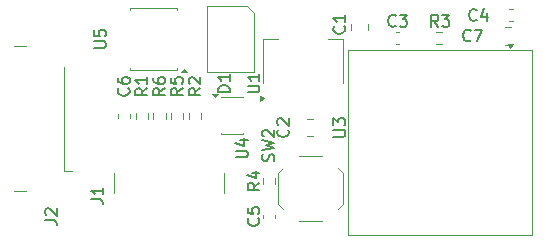
<source format=gbr>
%TF.GenerationSoftware,KiCad,Pcbnew,9.0.7*%
%TF.CreationDate,2026-02-09T14:49:56+01:00*%
%TF.ProjectId,usb-dmx,7573622d-646d-4782-9e6b-696361645f70,1.3*%
%TF.SameCoordinates,Original*%
%TF.FileFunction,Legend,Top*%
%TF.FilePolarity,Positive*%
%FSLAX46Y46*%
G04 Gerber Fmt 4.6, Leading zero omitted, Abs format (unit mm)*
G04 Created by KiCad (PCBNEW 9.0.7) date 2026-02-09 14:49:56*
%MOMM*%
%LPD*%
G01*
G04 APERTURE LIST*
%ADD10C,0.150000*%
%ADD11C,0.120000*%
G04 APERTURE END LIST*
D10*
X93554819Y-76083333D02*
X94269104Y-76083333D01*
X94269104Y-76083333D02*
X94411961Y-76130952D01*
X94411961Y-76130952D02*
X94507200Y-76226190D01*
X94507200Y-76226190D02*
X94554819Y-76369047D01*
X94554819Y-76369047D02*
X94554819Y-76464285D01*
X93650057Y-75654761D02*
X93602438Y-75607142D01*
X93602438Y-75607142D02*
X93554819Y-75511904D01*
X93554819Y-75511904D02*
X93554819Y-75273809D01*
X93554819Y-75273809D02*
X93602438Y-75178571D01*
X93602438Y-75178571D02*
X93650057Y-75130952D01*
X93650057Y-75130952D02*
X93745295Y-75083333D01*
X93745295Y-75083333D02*
X93840533Y-75083333D01*
X93840533Y-75083333D02*
X93983390Y-75130952D01*
X93983390Y-75130952D02*
X94554819Y-75702380D01*
X94554819Y-75702380D02*
X94554819Y-75083333D01*
X126833333Y-59704819D02*
X126500000Y-59228628D01*
X126261905Y-59704819D02*
X126261905Y-58704819D01*
X126261905Y-58704819D02*
X126642857Y-58704819D01*
X126642857Y-58704819D02*
X126738095Y-58752438D01*
X126738095Y-58752438D02*
X126785714Y-58800057D01*
X126785714Y-58800057D02*
X126833333Y-58895295D01*
X126833333Y-58895295D02*
X126833333Y-59038152D01*
X126833333Y-59038152D02*
X126785714Y-59133390D01*
X126785714Y-59133390D02*
X126738095Y-59181009D01*
X126738095Y-59181009D02*
X126642857Y-59228628D01*
X126642857Y-59228628D02*
X126261905Y-59228628D01*
X127166667Y-58704819D02*
X127785714Y-58704819D01*
X127785714Y-58704819D02*
X127452381Y-59085771D01*
X127452381Y-59085771D02*
X127595238Y-59085771D01*
X127595238Y-59085771D02*
X127690476Y-59133390D01*
X127690476Y-59133390D02*
X127738095Y-59181009D01*
X127738095Y-59181009D02*
X127785714Y-59276247D01*
X127785714Y-59276247D02*
X127785714Y-59514342D01*
X127785714Y-59514342D02*
X127738095Y-59609580D01*
X127738095Y-59609580D02*
X127690476Y-59657200D01*
X127690476Y-59657200D02*
X127595238Y-59704819D01*
X127595238Y-59704819D02*
X127309524Y-59704819D01*
X127309524Y-59704819D02*
X127214286Y-59657200D01*
X127214286Y-59657200D02*
X127166667Y-59609580D01*
X117954819Y-69011904D02*
X118764342Y-69011904D01*
X118764342Y-69011904D02*
X118859580Y-68964285D01*
X118859580Y-68964285D02*
X118907200Y-68916666D01*
X118907200Y-68916666D02*
X118954819Y-68821428D01*
X118954819Y-68821428D02*
X118954819Y-68630952D01*
X118954819Y-68630952D02*
X118907200Y-68535714D01*
X118907200Y-68535714D02*
X118859580Y-68488095D01*
X118859580Y-68488095D02*
X118764342Y-68440476D01*
X118764342Y-68440476D02*
X117954819Y-68440476D01*
X117954819Y-68059523D02*
X117954819Y-67440476D01*
X117954819Y-67440476D02*
X118335771Y-67773809D01*
X118335771Y-67773809D02*
X118335771Y-67630952D01*
X118335771Y-67630952D02*
X118383390Y-67535714D01*
X118383390Y-67535714D02*
X118431009Y-67488095D01*
X118431009Y-67488095D02*
X118526247Y-67440476D01*
X118526247Y-67440476D02*
X118764342Y-67440476D01*
X118764342Y-67440476D02*
X118859580Y-67488095D01*
X118859580Y-67488095D02*
X118907200Y-67535714D01*
X118907200Y-67535714D02*
X118954819Y-67630952D01*
X118954819Y-67630952D02*
X118954819Y-67916666D01*
X118954819Y-67916666D02*
X118907200Y-68011904D01*
X118907200Y-68011904D02*
X118859580Y-68059523D01*
X105204819Y-64916666D02*
X104728628Y-65249999D01*
X105204819Y-65488094D02*
X104204819Y-65488094D01*
X104204819Y-65488094D02*
X104204819Y-65107142D01*
X104204819Y-65107142D02*
X104252438Y-65011904D01*
X104252438Y-65011904D02*
X104300057Y-64964285D01*
X104300057Y-64964285D02*
X104395295Y-64916666D01*
X104395295Y-64916666D02*
X104538152Y-64916666D01*
X104538152Y-64916666D02*
X104633390Y-64964285D01*
X104633390Y-64964285D02*
X104681009Y-65011904D01*
X104681009Y-65011904D02*
X104728628Y-65107142D01*
X104728628Y-65107142D02*
X104728628Y-65488094D01*
X104204819Y-64011904D02*
X104204819Y-64488094D01*
X104204819Y-64488094D02*
X104681009Y-64535713D01*
X104681009Y-64535713D02*
X104633390Y-64488094D01*
X104633390Y-64488094D02*
X104585771Y-64392856D01*
X104585771Y-64392856D02*
X104585771Y-64154761D01*
X104585771Y-64154761D02*
X104633390Y-64059523D01*
X104633390Y-64059523D02*
X104681009Y-64011904D01*
X104681009Y-64011904D02*
X104776247Y-63964285D01*
X104776247Y-63964285D02*
X105014342Y-63964285D01*
X105014342Y-63964285D02*
X105109580Y-64011904D01*
X105109580Y-64011904D02*
X105157200Y-64059523D01*
X105157200Y-64059523D02*
X105204819Y-64154761D01*
X105204819Y-64154761D02*
X105204819Y-64392856D01*
X105204819Y-64392856D02*
X105157200Y-64488094D01*
X105157200Y-64488094D02*
X105109580Y-64535713D01*
X123233333Y-59609580D02*
X123185714Y-59657200D01*
X123185714Y-59657200D02*
X123042857Y-59704819D01*
X123042857Y-59704819D02*
X122947619Y-59704819D01*
X122947619Y-59704819D02*
X122804762Y-59657200D01*
X122804762Y-59657200D02*
X122709524Y-59561961D01*
X122709524Y-59561961D02*
X122661905Y-59466723D01*
X122661905Y-59466723D02*
X122614286Y-59276247D01*
X122614286Y-59276247D02*
X122614286Y-59133390D01*
X122614286Y-59133390D02*
X122661905Y-58942914D01*
X122661905Y-58942914D02*
X122709524Y-58847676D01*
X122709524Y-58847676D02*
X122804762Y-58752438D01*
X122804762Y-58752438D02*
X122947619Y-58704819D01*
X122947619Y-58704819D02*
X123042857Y-58704819D01*
X123042857Y-58704819D02*
X123185714Y-58752438D01*
X123185714Y-58752438D02*
X123233333Y-58800057D01*
X123566667Y-58704819D02*
X124185714Y-58704819D01*
X124185714Y-58704819D02*
X123852381Y-59085771D01*
X123852381Y-59085771D02*
X123995238Y-59085771D01*
X123995238Y-59085771D02*
X124090476Y-59133390D01*
X124090476Y-59133390D02*
X124138095Y-59181009D01*
X124138095Y-59181009D02*
X124185714Y-59276247D01*
X124185714Y-59276247D02*
X124185714Y-59514342D01*
X124185714Y-59514342D02*
X124138095Y-59609580D01*
X124138095Y-59609580D02*
X124090476Y-59657200D01*
X124090476Y-59657200D02*
X123995238Y-59704819D01*
X123995238Y-59704819D02*
X123709524Y-59704819D01*
X123709524Y-59704819D02*
X123614286Y-59657200D01*
X123614286Y-59657200D02*
X123566667Y-59609580D01*
X109704819Y-70761904D02*
X110514342Y-70761904D01*
X110514342Y-70761904D02*
X110609580Y-70714285D01*
X110609580Y-70714285D02*
X110657200Y-70666666D01*
X110657200Y-70666666D02*
X110704819Y-70571428D01*
X110704819Y-70571428D02*
X110704819Y-70380952D01*
X110704819Y-70380952D02*
X110657200Y-70285714D01*
X110657200Y-70285714D02*
X110609580Y-70238095D01*
X110609580Y-70238095D02*
X110514342Y-70190476D01*
X110514342Y-70190476D02*
X109704819Y-70190476D01*
X110038152Y-69285714D02*
X110704819Y-69285714D01*
X109657200Y-69523809D02*
X110371485Y-69761904D01*
X110371485Y-69761904D02*
X110371485Y-69142857D01*
X102204819Y-64916666D02*
X101728628Y-65249999D01*
X102204819Y-65488094D02*
X101204819Y-65488094D01*
X101204819Y-65488094D02*
X101204819Y-65107142D01*
X101204819Y-65107142D02*
X101252438Y-65011904D01*
X101252438Y-65011904D02*
X101300057Y-64964285D01*
X101300057Y-64964285D02*
X101395295Y-64916666D01*
X101395295Y-64916666D02*
X101538152Y-64916666D01*
X101538152Y-64916666D02*
X101633390Y-64964285D01*
X101633390Y-64964285D02*
X101681009Y-65011904D01*
X101681009Y-65011904D02*
X101728628Y-65107142D01*
X101728628Y-65107142D02*
X101728628Y-65488094D01*
X102204819Y-63964285D02*
X102204819Y-64535713D01*
X102204819Y-64249999D02*
X101204819Y-64249999D01*
X101204819Y-64249999D02*
X101347676Y-64345237D01*
X101347676Y-64345237D02*
X101442914Y-64440475D01*
X101442914Y-64440475D02*
X101490533Y-64535713D01*
X130083333Y-59109580D02*
X130035714Y-59157200D01*
X130035714Y-59157200D02*
X129892857Y-59204819D01*
X129892857Y-59204819D02*
X129797619Y-59204819D01*
X129797619Y-59204819D02*
X129654762Y-59157200D01*
X129654762Y-59157200D02*
X129559524Y-59061961D01*
X129559524Y-59061961D02*
X129511905Y-58966723D01*
X129511905Y-58966723D02*
X129464286Y-58776247D01*
X129464286Y-58776247D02*
X129464286Y-58633390D01*
X129464286Y-58633390D02*
X129511905Y-58442914D01*
X129511905Y-58442914D02*
X129559524Y-58347676D01*
X129559524Y-58347676D02*
X129654762Y-58252438D01*
X129654762Y-58252438D02*
X129797619Y-58204819D01*
X129797619Y-58204819D02*
X129892857Y-58204819D01*
X129892857Y-58204819D02*
X130035714Y-58252438D01*
X130035714Y-58252438D02*
X130083333Y-58300057D01*
X130940476Y-58538152D02*
X130940476Y-59204819D01*
X130702381Y-58157200D02*
X130464286Y-58871485D01*
X130464286Y-58871485D02*
X131083333Y-58871485D01*
X111704819Y-72916666D02*
X111228628Y-73249999D01*
X111704819Y-73488094D02*
X110704819Y-73488094D01*
X110704819Y-73488094D02*
X110704819Y-73107142D01*
X110704819Y-73107142D02*
X110752438Y-73011904D01*
X110752438Y-73011904D02*
X110800057Y-72964285D01*
X110800057Y-72964285D02*
X110895295Y-72916666D01*
X110895295Y-72916666D02*
X111038152Y-72916666D01*
X111038152Y-72916666D02*
X111133390Y-72964285D01*
X111133390Y-72964285D02*
X111181009Y-73011904D01*
X111181009Y-73011904D02*
X111228628Y-73107142D01*
X111228628Y-73107142D02*
X111228628Y-73488094D01*
X111038152Y-72059523D02*
X111704819Y-72059523D01*
X110657200Y-72297618D02*
X111371485Y-72535713D01*
X111371485Y-72535713D02*
X111371485Y-71916666D01*
X114109580Y-68416666D02*
X114157200Y-68464285D01*
X114157200Y-68464285D02*
X114204819Y-68607142D01*
X114204819Y-68607142D02*
X114204819Y-68702380D01*
X114204819Y-68702380D02*
X114157200Y-68845237D01*
X114157200Y-68845237D02*
X114061961Y-68940475D01*
X114061961Y-68940475D02*
X113966723Y-68988094D01*
X113966723Y-68988094D02*
X113776247Y-69035713D01*
X113776247Y-69035713D02*
X113633390Y-69035713D01*
X113633390Y-69035713D02*
X113442914Y-68988094D01*
X113442914Y-68988094D02*
X113347676Y-68940475D01*
X113347676Y-68940475D02*
X113252438Y-68845237D01*
X113252438Y-68845237D02*
X113204819Y-68702380D01*
X113204819Y-68702380D02*
X113204819Y-68607142D01*
X113204819Y-68607142D02*
X113252438Y-68464285D01*
X113252438Y-68464285D02*
X113300057Y-68416666D01*
X113300057Y-68035713D02*
X113252438Y-67988094D01*
X113252438Y-67988094D02*
X113204819Y-67892856D01*
X113204819Y-67892856D02*
X113204819Y-67654761D01*
X113204819Y-67654761D02*
X113252438Y-67559523D01*
X113252438Y-67559523D02*
X113300057Y-67511904D01*
X113300057Y-67511904D02*
X113395295Y-67464285D01*
X113395295Y-67464285D02*
X113490533Y-67464285D01*
X113490533Y-67464285D02*
X113633390Y-67511904D01*
X113633390Y-67511904D02*
X114204819Y-68083332D01*
X114204819Y-68083332D02*
X114204819Y-67464285D01*
X106704819Y-64916666D02*
X106228628Y-65249999D01*
X106704819Y-65488094D02*
X105704819Y-65488094D01*
X105704819Y-65488094D02*
X105704819Y-65107142D01*
X105704819Y-65107142D02*
X105752438Y-65011904D01*
X105752438Y-65011904D02*
X105800057Y-64964285D01*
X105800057Y-64964285D02*
X105895295Y-64916666D01*
X105895295Y-64916666D02*
X106038152Y-64916666D01*
X106038152Y-64916666D02*
X106133390Y-64964285D01*
X106133390Y-64964285D02*
X106181009Y-65011904D01*
X106181009Y-65011904D02*
X106228628Y-65107142D01*
X106228628Y-65107142D02*
X106228628Y-65488094D01*
X105800057Y-64535713D02*
X105752438Y-64488094D01*
X105752438Y-64488094D02*
X105704819Y-64392856D01*
X105704819Y-64392856D02*
X105704819Y-64154761D01*
X105704819Y-64154761D02*
X105752438Y-64059523D01*
X105752438Y-64059523D02*
X105800057Y-64011904D01*
X105800057Y-64011904D02*
X105895295Y-63964285D01*
X105895295Y-63964285D02*
X105990533Y-63964285D01*
X105990533Y-63964285D02*
X106133390Y-64011904D01*
X106133390Y-64011904D02*
X106704819Y-64583332D01*
X106704819Y-64583332D02*
X106704819Y-63964285D01*
X129583333Y-60859580D02*
X129535714Y-60907200D01*
X129535714Y-60907200D02*
X129392857Y-60954819D01*
X129392857Y-60954819D02*
X129297619Y-60954819D01*
X129297619Y-60954819D02*
X129154762Y-60907200D01*
X129154762Y-60907200D02*
X129059524Y-60811961D01*
X129059524Y-60811961D02*
X129011905Y-60716723D01*
X129011905Y-60716723D02*
X128964286Y-60526247D01*
X128964286Y-60526247D02*
X128964286Y-60383390D01*
X128964286Y-60383390D02*
X129011905Y-60192914D01*
X129011905Y-60192914D02*
X129059524Y-60097676D01*
X129059524Y-60097676D02*
X129154762Y-60002438D01*
X129154762Y-60002438D02*
X129297619Y-59954819D01*
X129297619Y-59954819D02*
X129392857Y-59954819D01*
X129392857Y-59954819D02*
X129535714Y-60002438D01*
X129535714Y-60002438D02*
X129583333Y-60050057D01*
X129916667Y-59954819D02*
X130583333Y-59954819D01*
X130583333Y-59954819D02*
X130154762Y-60954819D01*
X110704819Y-65261904D02*
X111514342Y-65261904D01*
X111514342Y-65261904D02*
X111609580Y-65214285D01*
X111609580Y-65214285D02*
X111657200Y-65166666D01*
X111657200Y-65166666D02*
X111704819Y-65071428D01*
X111704819Y-65071428D02*
X111704819Y-64880952D01*
X111704819Y-64880952D02*
X111657200Y-64785714D01*
X111657200Y-64785714D02*
X111609580Y-64738095D01*
X111609580Y-64738095D02*
X111514342Y-64690476D01*
X111514342Y-64690476D02*
X110704819Y-64690476D01*
X111704819Y-63690476D02*
X111704819Y-64261904D01*
X111704819Y-63976190D02*
X110704819Y-63976190D01*
X110704819Y-63976190D02*
X110847676Y-64071428D01*
X110847676Y-64071428D02*
X110942914Y-64166666D01*
X110942914Y-64166666D02*
X110990533Y-64261904D01*
X118859580Y-59666666D02*
X118907200Y-59714285D01*
X118907200Y-59714285D02*
X118954819Y-59857142D01*
X118954819Y-59857142D02*
X118954819Y-59952380D01*
X118954819Y-59952380D02*
X118907200Y-60095237D01*
X118907200Y-60095237D02*
X118811961Y-60190475D01*
X118811961Y-60190475D02*
X118716723Y-60238094D01*
X118716723Y-60238094D02*
X118526247Y-60285713D01*
X118526247Y-60285713D02*
X118383390Y-60285713D01*
X118383390Y-60285713D02*
X118192914Y-60238094D01*
X118192914Y-60238094D02*
X118097676Y-60190475D01*
X118097676Y-60190475D02*
X118002438Y-60095237D01*
X118002438Y-60095237D02*
X117954819Y-59952380D01*
X117954819Y-59952380D02*
X117954819Y-59857142D01*
X117954819Y-59857142D02*
X118002438Y-59714285D01*
X118002438Y-59714285D02*
X118050057Y-59666666D01*
X118954819Y-58714285D02*
X118954819Y-59285713D01*
X118954819Y-58999999D02*
X117954819Y-58999999D01*
X117954819Y-58999999D02*
X118097676Y-59095237D01*
X118097676Y-59095237D02*
X118192914Y-59190475D01*
X118192914Y-59190475D02*
X118240533Y-59285713D01*
X109204819Y-65238094D02*
X108204819Y-65238094D01*
X108204819Y-65238094D02*
X108204819Y-64999999D01*
X108204819Y-64999999D02*
X108252438Y-64857142D01*
X108252438Y-64857142D02*
X108347676Y-64761904D01*
X108347676Y-64761904D02*
X108442914Y-64714285D01*
X108442914Y-64714285D02*
X108633390Y-64666666D01*
X108633390Y-64666666D02*
X108776247Y-64666666D01*
X108776247Y-64666666D02*
X108966723Y-64714285D01*
X108966723Y-64714285D02*
X109061961Y-64761904D01*
X109061961Y-64761904D02*
X109157200Y-64857142D01*
X109157200Y-64857142D02*
X109204819Y-64999999D01*
X109204819Y-64999999D02*
X109204819Y-65238094D01*
X109204819Y-63714285D02*
X109204819Y-64285713D01*
X109204819Y-63999999D02*
X108204819Y-63999999D01*
X108204819Y-63999999D02*
X108347676Y-64095237D01*
X108347676Y-64095237D02*
X108442914Y-64190475D01*
X108442914Y-64190475D02*
X108490533Y-64285713D01*
X103704819Y-64916666D02*
X103228628Y-65249999D01*
X103704819Y-65488094D02*
X102704819Y-65488094D01*
X102704819Y-65488094D02*
X102704819Y-65107142D01*
X102704819Y-65107142D02*
X102752438Y-65011904D01*
X102752438Y-65011904D02*
X102800057Y-64964285D01*
X102800057Y-64964285D02*
X102895295Y-64916666D01*
X102895295Y-64916666D02*
X103038152Y-64916666D01*
X103038152Y-64916666D02*
X103133390Y-64964285D01*
X103133390Y-64964285D02*
X103181009Y-65011904D01*
X103181009Y-65011904D02*
X103228628Y-65107142D01*
X103228628Y-65107142D02*
X103228628Y-65488094D01*
X102704819Y-64059523D02*
X102704819Y-64249999D01*
X102704819Y-64249999D02*
X102752438Y-64345237D01*
X102752438Y-64345237D02*
X102800057Y-64392856D01*
X102800057Y-64392856D02*
X102942914Y-64488094D01*
X102942914Y-64488094D02*
X103133390Y-64535713D01*
X103133390Y-64535713D02*
X103514342Y-64535713D01*
X103514342Y-64535713D02*
X103609580Y-64488094D01*
X103609580Y-64488094D02*
X103657200Y-64440475D01*
X103657200Y-64440475D02*
X103704819Y-64345237D01*
X103704819Y-64345237D02*
X103704819Y-64154761D01*
X103704819Y-64154761D02*
X103657200Y-64059523D01*
X103657200Y-64059523D02*
X103609580Y-64011904D01*
X103609580Y-64011904D02*
X103514342Y-63964285D01*
X103514342Y-63964285D02*
X103276247Y-63964285D01*
X103276247Y-63964285D02*
X103181009Y-64011904D01*
X103181009Y-64011904D02*
X103133390Y-64059523D01*
X103133390Y-64059523D02*
X103085771Y-64154761D01*
X103085771Y-64154761D02*
X103085771Y-64345237D01*
X103085771Y-64345237D02*
X103133390Y-64440475D01*
X103133390Y-64440475D02*
X103181009Y-64488094D01*
X103181009Y-64488094D02*
X103276247Y-64535713D01*
X100609580Y-64916666D02*
X100657200Y-64964285D01*
X100657200Y-64964285D02*
X100704819Y-65107142D01*
X100704819Y-65107142D02*
X100704819Y-65202380D01*
X100704819Y-65202380D02*
X100657200Y-65345237D01*
X100657200Y-65345237D02*
X100561961Y-65440475D01*
X100561961Y-65440475D02*
X100466723Y-65488094D01*
X100466723Y-65488094D02*
X100276247Y-65535713D01*
X100276247Y-65535713D02*
X100133390Y-65535713D01*
X100133390Y-65535713D02*
X99942914Y-65488094D01*
X99942914Y-65488094D02*
X99847676Y-65440475D01*
X99847676Y-65440475D02*
X99752438Y-65345237D01*
X99752438Y-65345237D02*
X99704819Y-65202380D01*
X99704819Y-65202380D02*
X99704819Y-65107142D01*
X99704819Y-65107142D02*
X99752438Y-64964285D01*
X99752438Y-64964285D02*
X99800057Y-64916666D01*
X99704819Y-64059523D02*
X99704819Y-64249999D01*
X99704819Y-64249999D02*
X99752438Y-64345237D01*
X99752438Y-64345237D02*
X99800057Y-64392856D01*
X99800057Y-64392856D02*
X99942914Y-64488094D01*
X99942914Y-64488094D02*
X100133390Y-64535713D01*
X100133390Y-64535713D02*
X100514342Y-64535713D01*
X100514342Y-64535713D02*
X100609580Y-64488094D01*
X100609580Y-64488094D02*
X100657200Y-64440475D01*
X100657200Y-64440475D02*
X100704819Y-64345237D01*
X100704819Y-64345237D02*
X100704819Y-64154761D01*
X100704819Y-64154761D02*
X100657200Y-64059523D01*
X100657200Y-64059523D02*
X100609580Y-64011904D01*
X100609580Y-64011904D02*
X100514342Y-63964285D01*
X100514342Y-63964285D02*
X100276247Y-63964285D01*
X100276247Y-63964285D02*
X100181009Y-64011904D01*
X100181009Y-64011904D02*
X100133390Y-64059523D01*
X100133390Y-64059523D02*
X100085771Y-64154761D01*
X100085771Y-64154761D02*
X100085771Y-64345237D01*
X100085771Y-64345237D02*
X100133390Y-64440475D01*
X100133390Y-64440475D02*
X100181009Y-64488094D01*
X100181009Y-64488094D02*
X100276247Y-64535713D01*
X97454819Y-74333333D02*
X98169104Y-74333333D01*
X98169104Y-74333333D02*
X98311961Y-74380952D01*
X98311961Y-74380952D02*
X98407200Y-74476190D01*
X98407200Y-74476190D02*
X98454819Y-74619047D01*
X98454819Y-74619047D02*
X98454819Y-74714285D01*
X98454819Y-73333333D02*
X98454819Y-73904761D01*
X98454819Y-73619047D02*
X97454819Y-73619047D01*
X97454819Y-73619047D02*
X97597676Y-73714285D01*
X97597676Y-73714285D02*
X97692914Y-73809523D01*
X97692914Y-73809523D02*
X97740533Y-73904761D01*
X112907200Y-71083332D02*
X112954819Y-70940475D01*
X112954819Y-70940475D02*
X112954819Y-70702380D01*
X112954819Y-70702380D02*
X112907200Y-70607142D01*
X112907200Y-70607142D02*
X112859580Y-70559523D01*
X112859580Y-70559523D02*
X112764342Y-70511904D01*
X112764342Y-70511904D02*
X112669104Y-70511904D01*
X112669104Y-70511904D02*
X112573866Y-70559523D01*
X112573866Y-70559523D02*
X112526247Y-70607142D01*
X112526247Y-70607142D02*
X112478628Y-70702380D01*
X112478628Y-70702380D02*
X112431009Y-70892856D01*
X112431009Y-70892856D02*
X112383390Y-70988094D01*
X112383390Y-70988094D02*
X112335771Y-71035713D01*
X112335771Y-71035713D02*
X112240533Y-71083332D01*
X112240533Y-71083332D02*
X112145295Y-71083332D01*
X112145295Y-71083332D02*
X112050057Y-71035713D01*
X112050057Y-71035713D02*
X112002438Y-70988094D01*
X112002438Y-70988094D02*
X111954819Y-70892856D01*
X111954819Y-70892856D02*
X111954819Y-70654761D01*
X111954819Y-70654761D02*
X112002438Y-70511904D01*
X111954819Y-70178570D02*
X112954819Y-69940475D01*
X112954819Y-69940475D02*
X112240533Y-69749999D01*
X112240533Y-69749999D02*
X112954819Y-69559523D01*
X112954819Y-69559523D02*
X111954819Y-69321428D01*
X112050057Y-68988094D02*
X112002438Y-68940475D01*
X112002438Y-68940475D02*
X111954819Y-68845237D01*
X111954819Y-68845237D02*
X111954819Y-68607142D01*
X111954819Y-68607142D02*
X112002438Y-68511904D01*
X112002438Y-68511904D02*
X112050057Y-68464285D01*
X112050057Y-68464285D02*
X112145295Y-68416666D01*
X112145295Y-68416666D02*
X112240533Y-68416666D01*
X112240533Y-68416666D02*
X112383390Y-68464285D01*
X112383390Y-68464285D02*
X112954819Y-69035713D01*
X112954819Y-69035713D02*
X112954819Y-68416666D01*
X111609580Y-75916666D02*
X111657200Y-75964285D01*
X111657200Y-75964285D02*
X111704819Y-76107142D01*
X111704819Y-76107142D02*
X111704819Y-76202380D01*
X111704819Y-76202380D02*
X111657200Y-76345237D01*
X111657200Y-76345237D02*
X111561961Y-76440475D01*
X111561961Y-76440475D02*
X111466723Y-76488094D01*
X111466723Y-76488094D02*
X111276247Y-76535713D01*
X111276247Y-76535713D02*
X111133390Y-76535713D01*
X111133390Y-76535713D02*
X110942914Y-76488094D01*
X110942914Y-76488094D02*
X110847676Y-76440475D01*
X110847676Y-76440475D02*
X110752438Y-76345237D01*
X110752438Y-76345237D02*
X110704819Y-76202380D01*
X110704819Y-76202380D02*
X110704819Y-76107142D01*
X110704819Y-76107142D02*
X110752438Y-75964285D01*
X110752438Y-75964285D02*
X110800057Y-75916666D01*
X110704819Y-75011904D02*
X110704819Y-75488094D01*
X110704819Y-75488094D02*
X111181009Y-75535713D01*
X111181009Y-75535713D02*
X111133390Y-75488094D01*
X111133390Y-75488094D02*
X111085771Y-75392856D01*
X111085771Y-75392856D02*
X111085771Y-75154761D01*
X111085771Y-75154761D02*
X111133390Y-75059523D01*
X111133390Y-75059523D02*
X111181009Y-75011904D01*
X111181009Y-75011904D02*
X111276247Y-74964285D01*
X111276247Y-74964285D02*
X111514342Y-74964285D01*
X111514342Y-74964285D02*
X111609580Y-75011904D01*
X111609580Y-75011904D02*
X111657200Y-75059523D01*
X111657200Y-75059523D02*
X111704819Y-75154761D01*
X111704819Y-75154761D02*
X111704819Y-75392856D01*
X111704819Y-75392856D02*
X111657200Y-75488094D01*
X111657200Y-75488094D02*
X111609580Y-75535713D01*
X97704819Y-61511904D02*
X98514342Y-61511904D01*
X98514342Y-61511904D02*
X98609580Y-61464285D01*
X98609580Y-61464285D02*
X98657200Y-61416666D01*
X98657200Y-61416666D02*
X98704819Y-61321428D01*
X98704819Y-61321428D02*
X98704819Y-61130952D01*
X98704819Y-61130952D02*
X98657200Y-61035714D01*
X98657200Y-61035714D02*
X98609580Y-60988095D01*
X98609580Y-60988095D02*
X98514342Y-60940476D01*
X98514342Y-60940476D02*
X97704819Y-60940476D01*
X97704819Y-59988095D02*
X97704819Y-60464285D01*
X97704819Y-60464285D02*
X98181009Y-60511904D01*
X98181009Y-60511904D02*
X98133390Y-60464285D01*
X98133390Y-60464285D02*
X98085771Y-60369047D01*
X98085771Y-60369047D02*
X98085771Y-60130952D01*
X98085771Y-60130952D02*
X98133390Y-60035714D01*
X98133390Y-60035714D02*
X98181009Y-59988095D01*
X98181009Y-59988095D02*
X98276247Y-59940476D01*
X98276247Y-59940476D02*
X98514342Y-59940476D01*
X98514342Y-59940476D02*
X98609580Y-59988095D01*
X98609580Y-59988095D02*
X98657200Y-60035714D01*
X98657200Y-60035714D02*
X98704819Y-60130952D01*
X98704819Y-60130952D02*
X98704819Y-60369047D01*
X98704819Y-60369047D02*
X98657200Y-60464285D01*
X98657200Y-60464285D02*
X98609580Y-60511904D01*
D11*
%TO.C,J2*%
X95120000Y-71900000D02*
X95875000Y-71900000D01*
X95120000Y-71900000D02*
X95120000Y-63100000D01*
X91950000Y-73645000D02*
X90900000Y-73645000D01*
X91950000Y-61355000D02*
X90900000Y-61355000D01*
%TO.C,R3*%
X127154724Y-60127500D02*
X126645276Y-60127500D01*
X127154724Y-61172500D02*
X126645276Y-61172500D01*
%TO.C,U3*%
X119200000Y-61700000D02*
X134800000Y-61700000D01*
X119200000Y-77300000D02*
X119200000Y-61700000D01*
X134800000Y-61700000D02*
X134800000Y-77300000D01*
X134800000Y-77300000D02*
X119200000Y-77300000D01*
X132950000Y-61525000D02*
X132710000Y-61189000D01*
X133190000Y-61189000D01*
X132950000Y-61525000D01*
G36*
X132950000Y-61525000D02*
G01*
X132710000Y-61189000D01*
X133190000Y-61189000D01*
X132950000Y-61525000D01*
G37*
%TO.C,R5*%
X104227500Y-67504724D02*
X104227500Y-66995276D01*
X105272500Y-67504724D02*
X105272500Y-66995276D01*
%TO.C,C3*%
X123546267Y-60140000D02*
X123253733Y-60140000D01*
X123546267Y-61160000D02*
X123253733Y-61160000D01*
%TO.C,U4*%
X108477500Y-65640000D02*
X110297500Y-65640000D01*
X108477500Y-65690000D02*
X108477500Y-65640000D01*
X108477500Y-68760000D02*
X108477500Y-68710000D01*
X110297500Y-65640000D02*
X110297500Y-65690000D01*
X110297500Y-68710000D02*
X110297500Y-68760000D01*
X110297500Y-68760000D02*
X108477500Y-68760000D01*
X107937500Y-65690000D02*
X107697500Y-65360000D01*
X108177500Y-65360000D01*
X107937500Y-65690000D01*
G36*
X107937500Y-65690000D02*
G01*
X107697500Y-65360000D01*
X108177500Y-65360000D01*
X107937500Y-65690000D01*
G37*
%TO.C,R1*%
X101227500Y-67504724D02*
X101227500Y-66995276D01*
X102272500Y-67504724D02*
X102272500Y-66995276D01*
%TO.C,C4*%
X132853733Y-58240000D02*
X133146267Y-58240000D01*
X132853733Y-59260000D02*
X133146267Y-59260000D01*
%TO.C,R4*%
X111977500Y-72512742D02*
X111977500Y-72987258D01*
X113022500Y-72512742D02*
X113022500Y-72987258D01*
%TO.C,C2*%
X116261252Y-67515000D02*
X115738748Y-67515000D01*
X116261252Y-68985000D02*
X115738748Y-68985000D01*
%TO.C,R2*%
X105727500Y-67504724D02*
X105727500Y-66995276D01*
X106772500Y-67504724D02*
X106772500Y-66995276D01*
%TO.C,C7*%
X132488748Y-59765000D02*
X133011252Y-59765000D01*
X132488748Y-61235000D02*
X133011252Y-61235000D01*
%TO.C,U1*%
X111990000Y-60740000D02*
X113250000Y-60740000D01*
X111990000Y-64500000D02*
X111990000Y-60740000D01*
X118810000Y-60740000D02*
X117550000Y-60740000D01*
X118810000Y-64500000D02*
X118810000Y-60740000D01*
X112090000Y-65780000D02*
X111760000Y-66020000D01*
X111760000Y-65540000D01*
X112090000Y-65780000D01*
G36*
X112090000Y-65780000D02*
G01*
X111760000Y-66020000D01*
X111760000Y-65540000D01*
X112090000Y-65780000D01*
G37*
%TO.C,C1*%
X119415000Y-59438748D02*
X119415000Y-59961252D01*
X120885000Y-59438748D02*
X120885000Y-59961252D01*
%TO.C,D1*%
X107250000Y-63550000D02*
X107250000Y-57950000D01*
X107250000Y-63550000D02*
X111250000Y-63550000D01*
X110650000Y-57950000D02*
X107250000Y-57950000D01*
X110650000Y-57950000D02*
X111250000Y-58550000D01*
X111250000Y-63550000D02*
X111250000Y-58550000D01*
%TO.C,R6*%
X102727500Y-67504724D02*
X102727500Y-66995276D01*
X103772500Y-67504724D02*
X103772500Y-66995276D01*
%TO.C,C6*%
X99740000Y-67396267D02*
X99740000Y-67103733D01*
X100760000Y-67396267D02*
X100760000Y-67103733D01*
%TO.C,J1*%
X99400000Y-73825000D02*
X99400000Y-72125000D01*
X108740000Y-73825000D02*
X108740000Y-72125000D01*
%TO.C,SW2*%
X113275000Y-74700000D02*
X113275000Y-72100000D01*
X113725000Y-71650000D02*
X113275000Y-72100000D01*
X113725000Y-75150000D02*
X113275000Y-74700000D01*
X115025000Y-70650000D02*
X117025000Y-70650000D01*
X115025000Y-76150000D02*
X117025000Y-76150000D01*
X118325000Y-71650000D02*
X118775000Y-72100000D01*
X118325000Y-75150000D02*
X118775000Y-74700000D01*
X118775000Y-74700000D02*
X118775000Y-72100000D01*
%TO.C,C5*%
X111990000Y-75609420D02*
X111990000Y-75890580D01*
X113010000Y-75609420D02*
X113010000Y-75890580D01*
%TO.C,U5*%
X100760000Y-58160000D02*
X104740000Y-58160000D01*
X100760000Y-58260000D02*
X100760000Y-58160000D01*
X100760000Y-63340000D02*
X100760000Y-63240000D01*
X104740000Y-58160000D02*
X104740000Y-58260000D01*
X104740000Y-63240000D02*
X104740000Y-63340000D01*
X104740000Y-63340000D02*
X100760000Y-63340000D01*
X105530000Y-63580000D02*
X105050000Y-63580000D01*
X105290000Y-63250000D01*
X105530000Y-63580000D01*
G36*
X105530000Y-63580000D02*
G01*
X105050000Y-63580000D01*
X105290000Y-63250000D01*
X105530000Y-63580000D01*
G37*
%TD*%
M02*

</source>
